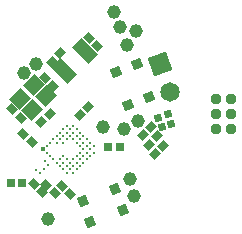
<source format=gts>
%FSLAX24Y24*%
%MOIN*%
G70*
G01*
G75*
G04 Layer_Color=8388736*
%ADD10C,0.0500*%
%ADD11C,0.0060*%
G04:AMPARAMS|DCode=12|XSize=19.7mil|YSize=23.6mil|CornerRadius=0mil|HoleSize=0mil|Usage=FLASHONLY|Rotation=225.000|XOffset=0mil|YOffset=0mil|HoleType=Round|Shape=Rectangle|*
%AMROTATEDRECTD12*
4,1,4,-0.0014,0.0153,0.0153,-0.0014,0.0014,-0.0153,-0.0153,0.0014,-0.0014,0.0153,0.0*
%
%ADD12ROTATEDRECTD12*%

G04:AMPARAMS|DCode=13|XSize=21.7mil|YSize=23.6mil|CornerRadius=0mil|HoleSize=0mil|Usage=FLASHONLY|Rotation=135.000|XOffset=0mil|YOffset=0mil|HoleType=Round|Shape=Rectangle|*
%AMROTATEDRECTD13*
4,1,4,0.0160,0.0007,-0.0007,-0.0160,-0.0160,-0.0007,0.0007,0.0160,0.0160,0.0007,0.0*
%
%ADD13ROTATEDRECTD13*%

%ADD14C,0.0394*%
G04:AMPARAMS|DCode=15|XSize=19.7mil|YSize=23.6mil|CornerRadius=0mil|HoleSize=0mil|Usage=FLASHONLY|Rotation=135.000|XOffset=0mil|YOffset=0mil|HoleType=Round|Shape=Rectangle|*
%AMROTATEDRECTD15*
4,1,4,0.0153,0.0014,-0.0014,-0.0153,-0.0153,-0.0014,0.0014,0.0153,0.0153,0.0014,0.0*
%
%ADD15ROTATEDRECTD15*%

%ADD16R,0.0236X0.0197*%
%ADD17C,0.0310*%
G04:AMPARAMS|DCode=18|XSize=39.4mil|YSize=70.9mil|CornerRadius=0mil|HoleSize=0mil|Usage=FLASHONLY|Rotation=45.000|XOffset=0mil|YOffset=0mil|HoleType=Round|Shape=Rectangle|*
%AMROTATEDRECTD18*
4,1,4,0.0111,-0.0390,-0.0390,0.0111,-0.0111,0.0390,0.0390,-0.0111,0.0111,-0.0390,0.0*
%
%ADD18ROTATEDRECTD18*%

G04:AMPARAMS|DCode=19|XSize=47.2mil|YSize=43.3mil|CornerRadius=0mil|HoleSize=0mil|Usage=FLASHONLY|Rotation=45.000|XOffset=0mil|YOffset=0mil|HoleType=Round|Shape=Rectangle|*
%AMROTATEDRECTD19*
4,1,4,-0.0014,-0.0320,-0.0320,-0.0014,0.0014,0.0320,0.0320,0.0014,-0.0014,-0.0320,0.0*
%
%ADD19ROTATEDRECTD19*%

%ADD20C,0.0071*%
%ADD21P,0.0251X4X65.0*%
%ADD22R,0.0256X0.0197*%
%ADD23C,0.0087*%
G04:AMPARAMS|DCode=24|XSize=25.6mil|YSize=27.6mil|CornerRadius=0mil|HoleSize=0mil|Usage=FLASHONLY|Rotation=110.000|XOffset=0mil|YOffset=0mil|HoleType=Round|Shape=Rectangle|*
%AMROTATEDRECTD24*
4,1,4,0.0173,-0.0073,-0.0086,-0.0167,-0.0173,0.0073,0.0086,0.0167,0.0173,-0.0073,0.0*
%
%ADD24ROTATEDRECTD24*%

G04:AMPARAMS|DCode=25|XSize=25.6mil|YSize=27.6mil|CornerRadius=0mil|HoleSize=0mil|Usage=FLASHONLY|Rotation=20.000|XOffset=0mil|YOffset=0mil|HoleType=Round|Shape=Rectangle|*
%AMROTATEDRECTD25*
4,1,4,-0.0073,-0.0173,-0.0167,0.0086,0.0073,0.0173,0.0167,-0.0086,-0.0073,-0.0173,0.0*
%
%ADD25ROTATEDRECTD25*%

%ADD26C,0.0100*%
%ADD27C,0.0150*%
%ADD28C,0.0050*%
%ADD29C,0.0080*%
%ADD30C,0.0090*%
%ADD31C,0.0200*%
%ADD32P,0.0835X4X335.0*%
%ADD33C,0.0591*%
%ADD34C,0.0390*%
%ADD35C,0.0240*%
%ADD36C,0.0100*%
%ADD37P,0.1771X4X290.0*%
%ADD38C,0.0059*%
%ADD39C,0.0079*%
%ADD40C,0.0039*%
%ADD41C,0.0070*%
G04:AMPARAMS|DCode=42|XSize=25.7mil|YSize=29.6mil|CornerRadius=0mil|HoleSize=0mil|Usage=FLASHONLY|Rotation=225.000|XOffset=0mil|YOffset=0mil|HoleType=Round|Shape=Rectangle|*
%AMROTATEDRECTD42*
4,1,4,-0.0014,0.0196,0.0196,-0.0014,0.0014,-0.0196,-0.0196,0.0014,-0.0014,0.0196,0.0*
%
%ADD42ROTATEDRECTD42*%

G04:AMPARAMS|DCode=43|XSize=27.7mil|YSize=29.6mil|CornerRadius=0mil|HoleSize=0mil|Usage=FLASHONLY|Rotation=135.000|XOffset=0mil|YOffset=0mil|HoleType=Round|Shape=Rectangle|*
%AMROTATEDRECTD43*
4,1,4,0.0203,0.0007,-0.0007,-0.0203,-0.0203,-0.0007,0.0007,0.0203,0.0203,0.0007,0.0*
%
%ADD43ROTATEDRECTD43*%

%ADD44C,0.0454*%
G04:AMPARAMS|DCode=45|XSize=25.7mil|YSize=29.6mil|CornerRadius=0mil|HoleSize=0mil|Usage=FLASHONLY|Rotation=135.000|XOffset=0mil|YOffset=0mil|HoleType=Round|Shape=Rectangle|*
%AMROTATEDRECTD45*
4,1,4,0.0196,0.0014,-0.0014,-0.0196,-0.0196,-0.0014,0.0014,0.0196,0.0196,0.0014,0.0*
%
%ADD45ROTATEDRECTD45*%

%ADD46R,0.0296X0.0257*%
%ADD47C,0.0370*%
G04:AMPARAMS|DCode=48|XSize=45.4mil|YSize=76.9mil|CornerRadius=0mil|HoleSize=0mil|Usage=FLASHONLY|Rotation=45.000|XOffset=0mil|YOffset=0mil|HoleType=Round|Shape=Rectangle|*
%AMROTATEDRECTD48*
4,1,4,0.0111,-0.0432,-0.0432,0.0111,-0.0111,0.0432,0.0432,-0.0111,0.0111,-0.0432,0.0*
%
%ADD48ROTATEDRECTD48*%

G04:AMPARAMS|DCode=49|XSize=53.2mil|YSize=49.3mil|CornerRadius=0mil|HoleSize=0mil|Usage=FLASHONLY|Rotation=45.000|XOffset=0mil|YOffset=0mil|HoleType=Round|Shape=Rectangle|*
%AMROTATEDRECTD49*
4,1,4,-0.0014,-0.0363,-0.0363,-0.0014,0.0014,0.0363,0.0363,0.0014,-0.0014,-0.0363,0.0*
%
%ADD49ROTATEDRECTD49*%

%ADD50C,0.0131*%
%ADD51C,0.0151*%
%ADD52P,0.0335X4X65.0*%
%ADD53R,0.0316X0.0257*%
%ADD54C,0.0126*%
G04:AMPARAMS|DCode=55|XSize=31.6mil|YSize=33.6mil|CornerRadius=0mil|HoleSize=0mil|Usage=FLASHONLY|Rotation=110.000|XOffset=0mil|YOffset=0mil|HoleType=Round|Shape=Rectangle|*
%AMROTATEDRECTD55*
4,1,4,0.0212,-0.0091,-0.0104,-0.0206,-0.0212,0.0091,0.0104,0.0206,0.0212,-0.0091,0.0*
%
%ADD55ROTATEDRECTD55*%

G04:AMPARAMS|DCode=56|XSize=31.6mil|YSize=33.6mil|CornerRadius=0mil|HoleSize=0mil|Usage=FLASHONLY|Rotation=20.000|XOffset=0mil|YOffset=0mil|HoleType=Round|Shape=Rectangle|*
%AMROTATEDRECTD56*
4,1,4,-0.0091,-0.0212,-0.0206,0.0104,0.0091,0.0212,0.0206,-0.0104,-0.0091,-0.0212,0.0*
%
%ADD56ROTATEDRECTD56*%

%ADD57P,0.0920X4X335.0*%
%ADD58C,0.0651*%
D42*
X-1109Y-2321D02*
D03*
X-831Y-2599D02*
D03*
X-416Y-2619D02*
D03*
X-694Y-2341D02*
D03*
X-169Y-2381D02*
D03*
X109Y-2659D02*
D03*
X-1550Y-109D02*
D03*
X-1829Y170D02*
D03*
X-747Y1223D02*
D03*
X-468Y945D02*
D03*
X-1183Y-929D02*
D03*
X-1461Y-650D02*
D03*
X731Y2549D02*
D03*
X1009Y2271D02*
D03*
D43*
X2731Y-1009D02*
D03*
X3009Y-731D02*
D03*
X2531Y-699D02*
D03*
X2809Y-421D02*
D03*
X2921Y-1319D02*
D03*
X3199Y-1041D02*
D03*
D44*
X2100Y-2140D02*
D03*
X2360Y-220D02*
D03*
X-640Y-3500D02*
D03*
X-1440Y1390D02*
D03*
X-1030Y1690D02*
D03*
X1560Y3420D02*
D03*
X2290Y2770D02*
D03*
X1760Y2920D02*
D03*
X1980Y2310D02*
D03*
X1200Y-430D02*
D03*
X1890Y-500D02*
D03*
X2240Y-2730D02*
D03*
D45*
X-576Y12D02*
D03*
X-855Y-266D02*
D03*
X415Y-33D02*
D03*
X693Y245D02*
D03*
X-231Y2039D02*
D03*
X-509Y1761D02*
D03*
D46*
X1353Y-1100D02*
D03*
X1747Y-1100D02*
D03*
D47*
X5470Y500D02*
D03*
Y0D02*
D03*
Y-500D02*
D03*
X4970D02*
D03*
Y0D02*
D03*
Y500D02*
D03*
D48*
X-108Y1432D02*
D03*
X588Y2128D02*
D03*
D49*
X-714Y603D02*
D03*
X-1103Y992D02*
D03*
X-1187Y129D02*
D03*
X-1577Y519D02*
D03*
D50*
X879Y-1276D02*
D03*
X767Y-1387D02*
D03*
X656Y-1499D02*
D03*
X545Y-1610D02*
D03*
X433Y-1721D02*
D03*
X322Y-1833D02*
D03*
X211Y-1944D02*
D03*
X879Y-1053D02*
D03*
X767Y-1164D02*
D03*
X656Y-1276D02*
D03*
X545Y-1387D02*
D03*
X433Y-1499D02*
D03*
X322Y-1610D02*
D03*
X211Y-1721D02*
D03*
X99Y-1833D02*
D03*
X-12Y-1944D02*
D03*
X767Y-942D02*
D03*
X656Y-1053D02*
D03*
X545Y-1164D02*
D03*
X433Y-1276D02*
D03*
X322Y-1387D02*
D03*
X211Y-1499D02*
D03*
X99Y-1610D02*
D03*
X-12Y-1721D02*
D03*
X-123Y-1833D02*
D03*
X656Y-830D02*
D03*
X545Y-942D02*
D03*
X433Y-1053D02*
D03*
X-12Y-1499D02*
D03*
X-123Y-1610D02*
D03*
X-235Y-1721D02*
D03*
X545Y-719D02*
D03*
X433Y-830D02*
D03*
X322Y-942D02*
D03*
X-123Y-1387D02*
D03*
X-235Y-1499D02*
D03*
X-346Y-1610D02*
D03*
X433Y-608D02*
D03*
X322Y-719D02*
D03*
X211Y-830D02*
D03*
X-457Y-1499D02*
D03*
X322Y-496D02*
D03*
X211Y-608D02*
D03*
X99Y-719D02*
D03*
X-12Y-830D02*
D03*
X-123Y-942D02*
D03*
X-569Y-1387D02*
D03*
X211Y-385D02*
D03*
X99Y-496D02*
D03*
X-12Y-608D02*
D03*
X-123Y-719D02*
D03*
X-235Y-830D02*
D03*
X-346Y-942D02*
D03*
X-680Y-1276D02*
D03*
X-12Y-385D02*
D03*
X-123Y-496D02*
D03*
X-235Y-608D02*
D03*
X-346Y-719D02*
D03*
X-457Y-830D02*
D03*
X-569Y-942D02*
D03*
X-680Y-1053D02*
D03*
D51*
X-792Y-1164D02*
D03*
D52*
X3464Y-310D02*
D03*
X3350Y4D02*
D03*
X3036Y-110D02*
D03*
X3150Y-424D02*
D03*
D53*
X-1513Y-2300D02*
D03*
X-1887D02*
D03*
D54*
X-750Y-1568D02*
D03*
X-638Y-1679D02*
D03*
X-1028Y-1846D02*
D03*
X-777Y-1818D02*
D03*
X-917Y-1957D02*
D03*
D55*
X2323Y1664D02*
D03*
X1620Y1408D02*
D03*
X2720Y572D02*
D03*
X2017Y316D02*
D03*
D56*
X1864Y-3193D02*
D03*
X1608Y-2490D02*
D03*
X772Y-3590D02*
D03*
X516Y-2887D02*
D03*
D57*
X3089Y1670D02*
D03*
D58*
X3431Y730D02*
D03*
M02*

</source>
